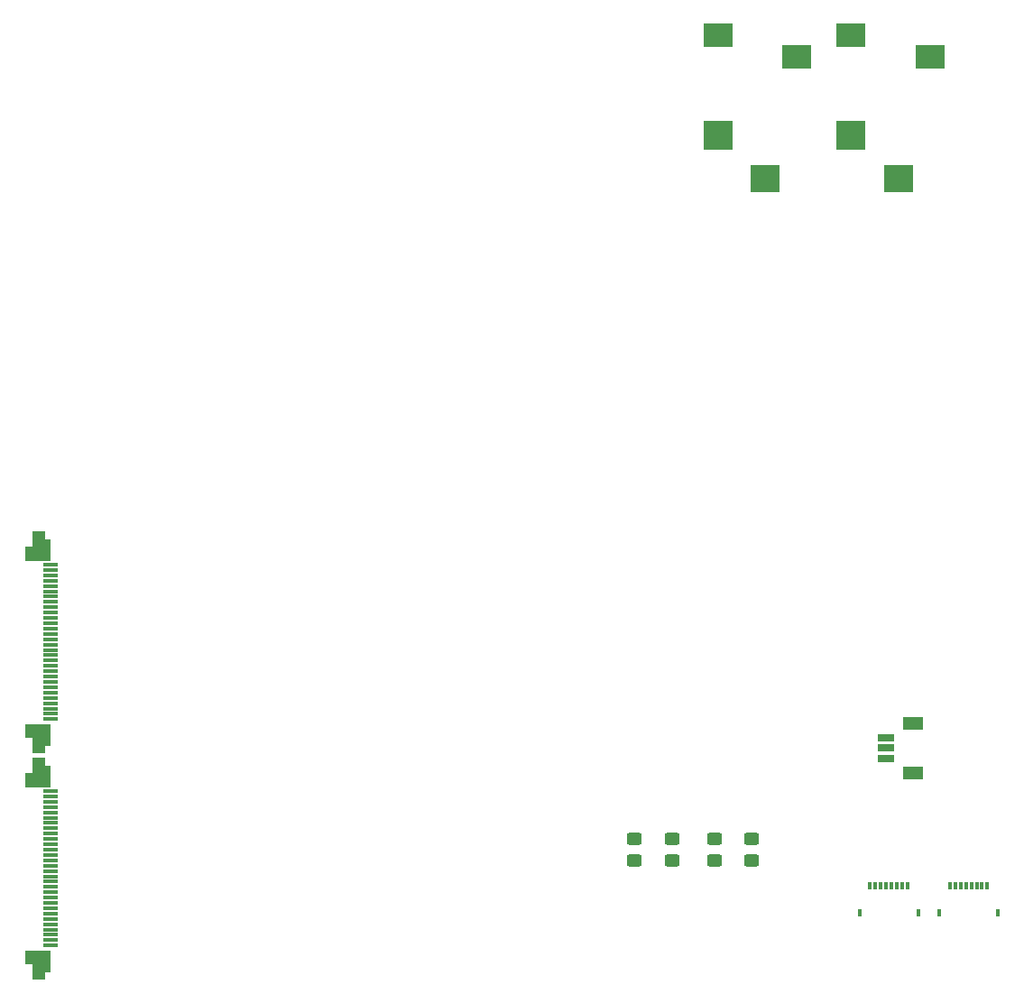
<source format=gbr>
%TF.GenerationSoftware,KiCad,Pcbnew,8.0.5*%
%TF.CreationDate,2024-11-27T23:03:38-05:00*%
%TF.ProjectId,HacKeys,4861634b-6579-4732-9e6b-696361645f70,rev?*%
%TF.SameCoordinates,Original*%
%TF.FileFunction,Paste,Top*%
%TF.FilePolarity,Positive*%
%FSLAX46Y46*%
G04 Gerber Fmt 4.6, Leading zero omitted, Abs format (unit mm)*
G04 Created by KiCad (PCBNEW 8.0.5) date 2024-11-27 23:03:38*
%MOMM*%
%LPD*%
G01*
G04 APERTURE LIST*
G04 Aperture macros list*
%AMRoundRect*
0 Rectangle with rounded corners*
0 $1 Rounding radius*
0 $2 $3 $4 $5 $6 $7 $8 $9 X,Y pos of 4 corners*
0 Add a 4 corners polygon primitive as box body*
4,1,4,$2,$3,$4,$5,$6,$7,$8,$9,$2,$3,0*
0 Add four circle primitives for the rounded corners*
1,1,$1+$1,$2,$3*
1,1,$1+$1,$4,$5*
1,1,$1+$1,$6,$7*
1,1,$1+$1,$8,$9*
0 Add four rect primitives between the rounded corners*
20,1,$1+$1,$2,$3,$4,$5,0*
20,1,$1+$1,$4,$5,$6,$7,0*
20,1,$1+$1,$6,$7,$8,$9,0*
20,1,$1+$1,$8,$9,$2,$3,0*%
G04 Aperture macros list end*
%ADD10C,0.100000*%
%ADD11R,2.800000X2.200000*%
%ADD12R,2.800000X2.800000*%
%ADD13R,2.800000X2.600000*%
%ADD14R,0.300000X0.800000*%
%ADD15R,0.400000X0.800000*%
%ADD16R,1.400000X0.300000*%
%ADD17RoundRect,0.250000X-0.450000X0.325000X-0.450000X-0.325000X0.450000X-0.325000X0.450000X0.325000X0*%
%ADD18RoundRect,0.250000X0.450000X-0.325000X0.450000X0.325000X-0.450000X0.325000X-0.450000X-0.325000X0*%
%ADD19R,1.549400X0.660400*%
%ADD20R,1.905000X1.295400*%
G04 APERTURE END LIST*
D10*
%TO.C,J11*%
X133843100Y-95730501D02*
X134343100Y-95730501D01*
X134343100Y-97680501D01*
X132043100Y-97680501D01*
X132043100Y-96430501D01*
X132743100Y-96430501D01*
X132743100Y-95030501D01*
X133843100Y-95030501D01*
X133843100Y-95730501D01*
G36*
X133843100Y-95730501D02*
G01*
X134343100Y-95730501D01*
X134343100Y-97680501D01*
X132043100Y-97680501D01*
X132043100Y-96430501D01*
X132743100Y-96430501D01*
X132743100Y-95030501D01*
X133843100Y-95030501D01*
X133843100Y-95730501D01*
G37*
X134343100Y-115030501D02*
X133843100Y-115030501D01*
X133843100Y-115730501D01*
X132743100Y-115730501D01*
X132743100Y-114330501D01*
X132043100Y-114330501D01*
X132043100Y-113080501D01*
X134343100Y-113080501D01*
X134343100Y-115030501D01*
G36*
X134343100Y-115030501D02*
G01*
X133843100Y-115030501D01*
X133843100Y-115730501D01*
X132743100Y-115730501D01*
X132743100Y-114330501D01*
X132043100Y-114330501D01*
X132043100Y-113080501D01*
X134343100Y-113080501D01*
X134343100Y-115030501D01*
G37*
%TO.C,J14*%
X133843100Y-116980501D02*
X134343100Y-116980501D01*
X134343100Y-118930501D01*
X132043100Y-118930501D01*
X132043100Y-117680501D01*
X132743100Y-117680501D01*
X132743100Y-116280501D01*
X133843100Y-116280501D01*
X133843100Y-116980501D01*
G36*
X133843100Y-116980501D02*
G01*
X134343100Y-116980501D01*
X134343100Y-118930501D01*
X132043100Y-118930501D01*
X132043100Y-117680501D01*
X132743100Y-117680501D01*
X132743100Y-116280501D01*
X133843100Y-116280501D01*
X133843100Y-116980501D01*
G37*
X134343100Y-136280501D02*
X133843100Y-136280501D01*
X133843100Y-136980501D01*
X132743100Y-136980501D01*
X132743100Y-135580501D01*
X132043100Y-135580501D01*
X132043100Y-134330501D01*
X134343100Y-134330501D01*
X134343100Y-136280501D01*
G36*
X134343100Y-136280501D02*
G01*
X133843100Y-136280501D01*
X133843100Y-136980501D01*
X132743100Y-136980501D01*
X132743100Y-135580501D01*
X132043100Y-135580501D01*
X132043100Y-134330501D01*
X134343100Y-134330501D01*
X134343100Y-136280501D01*
G37*
%TD*%
D11*
%TO.C,J10*%
X216962500Y-50450000D03*
X209562499Y-48450000D03*
D12*
X209562500Y-57850000D03*
D13*
X214012501Y-61850000D03*
%TD*%
D14*
%TO.C,J6*%
X218862500Y-128300000D03*
X219362500Y-128300000D03*
X219862500Y-128300000D03*
X220362500Y-128300000D03*
X220862500Y-128300000D03*
X221362500Y-128300000D03*
X221862500Y-128300000D03*
X222362500Y-128300000D03*
D15*
X217862500Y-130800000D03*
X223362500Y-130800000D03*
%TD*%
D16*
%TO.C,J11*%
X134443100Y-98130501D03*
X134443100Y-98630501D03*
X134443100Y-99130501D03*
X134443100Y-99630501D03*
X134443100Y-100130501D03*
X134443100Y-100630501D03*
X134443100Y-101130501D03*
X134443100Y-101630501D03*
X134443100Y-102130501D03*
X134443100Y-102630501D03*
X134443100Y-103130501D03*
X134443100Y-103630501D03*
X134443100Y-104130501D03*
X134443100Y-104630501D03*
X134443100Y-105130501D03*
X134443100Y-105630501D03*
X134443100Y-106130501D03*
X134443100Y-106630501D03*
X134443100Y-107130501D03*
X134443100Y-107630501D03*
X134443100Y-108130501D03*
X134443100Y-108630501D03*
X134443100Y-109130501D03*
X134443100Y-109630501D03*
X134443100Y-110130501D03*
X134443100Y-110630501D03*
X134443100Y-111130501D03*
X134443100Y-111630501D03*
X134443100Y-112130501D03*
X134443100Y-112630501D03*
%TD*%
D17*
%TO.C,D1*%
X189262500Y-123825000D03*
X189262500Y-125875000D03*
%TD*%
%TO.C,D3*%
X196762500Y-123825000D03*
X196762500Y-125875000D03*
%TD*%
D11*
%TO.C,J9*%
X204462500Y-50450000D03*
X197062499Y-48450000D03*
D12*
X197062500Y-57850000D03*
D13*
X201512501Y-61850000D03*
%TD*%
D18*
%TO.C,D4*%
X200262500Y-125875000D03*
X200262500Y-123825000D03*
%TD*%
D16*
%TO.C,J14*%
X134443100Y-119380501D03*
X134443100Y-119880501D03*
X134443100Y-120380501D03*
X134443100Y-120880501D03*
X134443100Y-121380501D03*
X134443100Y-121880501D03*
X134443100Y-122380501D03*
X134443100Y-122880501D03*
X134443100Y-123380501D03*
X134443100Y-123880501D03*
X134443100Y-124380501D03*
X134443100Y-124880501D03*
X134443100Y-125380501D03*
X134443100Y-125880501D03*
X134443100Y-126380501D03*
X134443100Y-126880501D03*
X134443100Y-127380501D03*
X134443100Y-127880501D03*
X134443100Y-128380501D03*
X134443100Y-128880501D03*
X134443100Y-129380501D03*
X134443100Y-129880501D03*
X134443100Y-130380501D03*
X134443100Y-130880501D03*
X134443100Y-131380501D03*
X134443100Y-131880501D03*
X134443100Y-132380501D03*
X134443100Y-132880501D03*
X134443100Y-133380501D03*
X134443100Y-133880501D03*
%TD*%
D17*
%TO.C,D2*%
X192762500Y-123825000D03*
X192762500Y-125875000D03*
%TD*%
D19*
%TO.C,J7*%
X212834100Y-114349999D03*
X212834100Y-115350000D03*
X212834100Y-116350001D03*
D20*
X215359099Y-117650000D03*
X215359099Y-113050000D03*
%TD*%
D14*
%TO.C,J5*%
X211362500Y-128300000D03*
X211862500Y-128300000D03*
X212362500Y-128300000D03*
X212862500Y-128300000D03*
X213362500Y-128300000D03*
X213862500Y-128300000D03*
X214362500Y-128300000D03*
X214862500Y-128300000D03*
D15*
X210362500Y-130800000D03*
X215862500Y-130800000D03*
%TD*%
M02*

</source>
